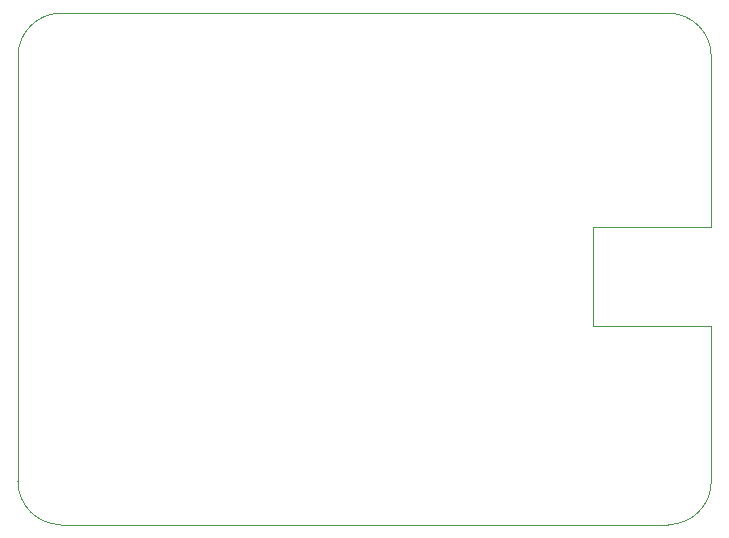
<source format=gbr>
%TF.GenerationSoftware,KiCad,Pcbnew,(5.1.10)-1*%
%TF.CreationDate,2021-11-27T13:57:11+01:00*%
%TF.ProjectId,SplashQuad,53706c61-7368-4517-9561-642e6b696361,rev?*%
%TF.SameCoordinates,Original*%
%TF.FileFunction,Profile,NP*%
%FSLAX46Y46*%
G04 Gerber Fmt 4.6, Leading zero omitted, Abs format (unit mm)*
G04 Created by KiCad (PCBNEW (5.1.10)-1) date 2021-11-27 13:57:11*
%MOMM*%
%LPD*%
G01*
G04 APERTURE LIST*
%TA.AperFunction,Profile*%
%ADD10C,0.100000*%
%TD*%
G04 APERTURE END LIST*
D10*
X189200000Y-120550000D02*
G75*
G02*
X185550000Y-124200000I-3650000J0D01*
G01*
X134150000Y-124200000D02*
G75*
G02*
X130500000Y-120550000I0J3650000D01*
G01*
X130500000Y-84550000D02*
G75*
G02*
X134150000Y-80900000I3650000J0D01*
G01*
X185550000Y-80900000D02*
G75*
G02*
X189200000Y-84550000I0J-3650000D01*
G01*
X189200000Y-84550000D02*
X189200000Y-99000000D01*
X134150000Y-80900000D02*
X185550000Y-80900000D01*
X130500000Y-120550000D02*
X130500000Y-84550000D01*
X185550000Y-124200000D02*
X134150000Y-124200000D01*
X189200000Y-107400000D02*
X189200000Y-120550000D01*
X179200000Y-107400000D02*
X189200000Y-107400000D01*
X179200000Y-99000000D02*
X179200000Y-107400000D01*
X189200000Y-99000000D02*
X179200000Y-99000000D01*
M02*

</source>
